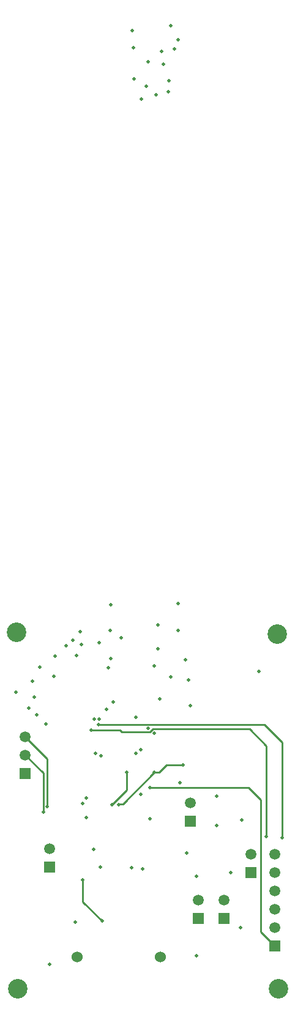
<source format=gbr>
%TF.GenerationSoftware,Altium Limited,Altium Designer,19.1.5 (86)*%
G04 Layer_Physical_Order=4*
G04 Layer_Color=16711680*
%FSLAX26Y26*%
%MOIN*%
%TF.FileFunction,Copper,L4,Bot,Signal*%
%TF.Part,Single*%
G01*
G75*
%TA.AperFunction,Conductor*%
%ADD36C,0.010000*%
%TA.AperFunction,ComponentPad*%
%ADD37R,0.059055X0.059055*%
%ADD38C,0.059055*%
%ADD39C,0.060000*%
%TA.AperFunction,ViaPad*%
%ADD40C,0.020000*%
%ADD41C,0.106299*%
D36*
X3464000Y2321000D02*
X3465000Y2320000D01*
X3464000Y2321000D02*
Y2531000D01*
X3365000Y2630000D02*
X3464000Y2531000D01*
X3365000Y2730000D02*
X3485000Y2610000D01*
Y2350000D02*
Y2610000D01*
X3875000Y2360000D02*
X3876913Y2361913D01*
X3896913D01*
X4070000Y2535000D01*
X3840000Y2360000D02*
X3920000Y2440000D01*
Y2535000D01*
X4095000D02*
X4135000Y2575000D01*
X4225000D01*
X4070000Y2535000D02*
X4095000D01*
X4046575Y2453425D02*
X4581575D01*
X4650000Y1665000D02*
Y2385000D01*
X4581575Y2453425D02*
X4650000Y2385000D01*
X4060698Y2771000D02*
X4589000D01*
X4680000Y2680000D01*
Y2185000D02*
Y2680000D01*
X4043698Y2754000D02*
X4060698Y2771000D01*
X4650000Y1665000D02*
X4725000Y1590000D01*
X3680000Y1830000D02*
X3785000Y1725000D01*
X3680000Y1830000D02*
Y1950000D01*
X4669000Y2796000D02*
X4765000Y2700000D01*
X3891504Y2754000D02*
X4043698D01*
X3880504Y2765000D02*
X3891504Y2754000D01*
X3725000Y2765000D02*
X3880504D01*
X3766000Y2796000D02*
X4669000D01*
X3765000Y2795000D02*
X3766000Y2796000D01*
X4765000Y2180000D02*
Y2700000D01*
D37*
X4265000Y2270000D02*
D03*
X4595000Y1990000D02*
D03*
X4450000Y1740000D02*
D03*
X4310000D02*
D03*
X3365000Y2530000D02*
D03*
X3500000Y2020000D02*
D03*
X4725000Y1590000D02*
D03*
D38*
X4265000Y2370000D02*
D03*
X4595000Y2090000D02*
D03*
X4450000Y1840000D02*
D03*
X4310000D02*
D03*
X3365000Y2630000D02*
D03*
Y2730000D02*
D03*
X3500000Y2120000D02*
D03*
X4725000Y1690000D02*
D03*
Y1790000D02*
D03*
Y1890000D02*
D03*
Y1990000D02*
D03*
Y2090000D02*
D03*
D39*
X3650000Y1530000D02*
D03*
X4100787D02*
D03*
D40*
X3810000Y2880000D02*
D03*
X3750000Y2640000D02*
D03*
X3465000Y2320000D02*
D03*
X3485000Y2350000D02*
D03*
X3920000Y2535000D02*
D03*
X3840000Y2360000D02*
D03*
X3700000Y2395000D02*
D03*
X4070000Y2535000D02*
D03*
X3995000Y2415000D02*
D03*
X4046575Y2453425D02*
D03*
X4210000Y2480000D02*
D03*
X3945000Y2015000D02*
D03*
X3740000Y2115000D02*
D03*
X4035000Y2775000D02*
D03*
X4200000Y3455000D02*
D03*
Y3310000D02*
D03*
X3830312Y3449501D02*
D03*
X3780000Y2625000D02*
D03*
X3970000Y2640000D02*
D03*
X3995000Y2660000D02*
D03*
X4070000Y2750000D02*
D03*
X3845000Y2920000D02*
D03*
X3740421Y2825421D02*
D03*
X3625000Y3255000D02*
D03*
X3820000Y3105000D02*
D03*
X3430000Y2850000D02*
D03*
X3785000Y1725000D02*
D03*
X3640000Y1720000D02*
D03*
X4090000Y3340000D02*
D03*
Y3210000D02*
D03*
X4255000Y3040000D02*
D03*
X4145000Y6245000D02*
D03*
X4035000Y6410000D02*
D03*
X4150000Y6305000D02*
D03*
X3960000Y6315000D02*
D03*
X4080000Y6230000D02*
D03*
X4110000Y6465000D02*
D03*
X4160000Y6605000D02*
D03*
X3950000Y6580000D02*
D03*
X4200000Y6530000D02*
D03*
X4070000Y3115000D02*
D03*
X4046707Y2281707D02*
D03*
X3725000Y2765000D02*
D03*
X3765000Y2795000D02*
D03*
X3770000Y2825000D02*
D03*
X3970000Y2835000D02*
D03*
X4765000Y2180000D02*
D03*
X4680000Y2185000D02*
D03*
X3830000Y3310000D02*
D03*
X3890000Y3270000D02*
D03*
X4640000Y3085000D02*
D03*
X4265000Y2900000D02*
D03*
X4160000Y3055000D02*
D03*
X4240000Y3150000D02*
D03*
X4100000Y2935000D02*
D03*
X3875000Y2360000D02*
D03*
X3680000Y2365000D02*
D03*
X3700000Y2290000D02*
D03*
X4225000Y2575000D02*
D03*
X4410000Y2405000D02*
D03*
Y2245000D02*
D03*
X4545000Y2275000D02*
D03*
X4300000Y1970000D02*
D03*
X4245000Y2095000D02*
D03*
X4485000Y1990000D02*
D03*
X3775000Y2020000D02*
D03*
X4540000Y1690000D02*
D03*
X4300000Y1535000D02*
D03*
X3680000Y1950000D02*
D03*
X4005000Y2010000D02*
D03*
X3500000Y1490000D02*
D03*
X3955000Y6485000D02*
D03*
X4180000Y6480000D02*
D03*
X4000000Y6205000D02*
D03*
X4025000Y6275000D02*
D03*
X4120000Y6395000D02*
D03*
X3831758Y3155973D02*
D03*
X3663718Y3301960D02*
D03*
X3768317Y3241960D02*
D03*
X3672912Y3231960D02*
D03*
X3645073Y3171960D02*
D03*
X3588167Y3226960D02*
D03*
X3530000Y3170000D02*
D03*
X3477008Y2798846D02*
D03*
X3386758Y2886960D02*
D03*
X3523215Y3057784D02*
D03*
X3446758Y3109362D02*
D03*
X3406758Y3031960D02*
D03*
X3416723Y2945383D02*
D03*
X3316758Y2971960D02*
D03*
D41*
X4740000Y3290000D02*
D03*
X3325000Y1355000D02*
D03*
X4745000D02*
D03*
X3320000Y3300000D02*
D03*
%TF.MD5,41d5394141d96cfa1ccd613724fd4e87*%
M02*

</source>
